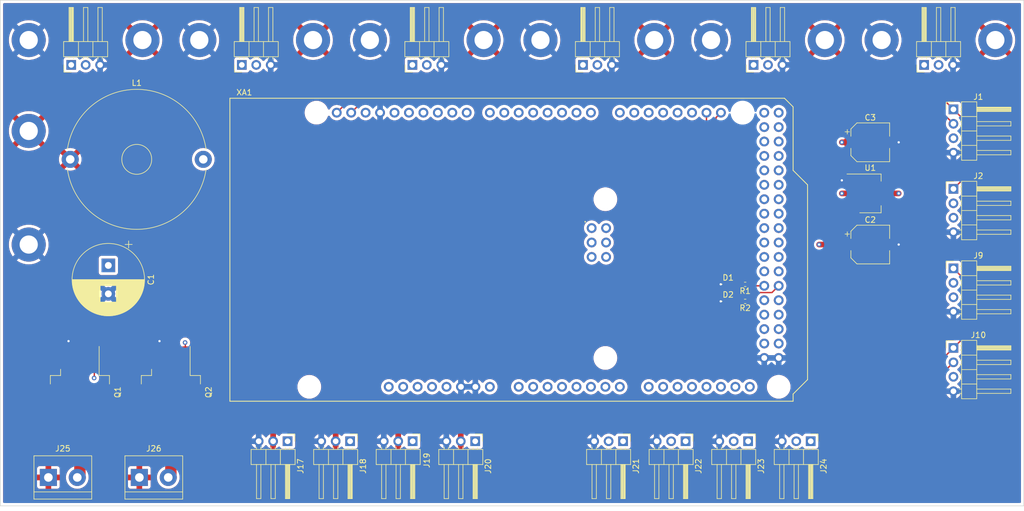
<source format=kicad_pcb>
(kicad_pcb (version 20211014) (generator pcbnew)
  (layers (0 "F.Cu" signal) (1 "In1.Cu" signal) (2 "In2.Cu" signal) (31 "B.Cu" signal) (34 "B.Paste" user) (35 "F.Paste" user) (36 "B.SilkS" user "B.Silkscreen") (37 "F.SilkS" user "F.Silkscreen") (38 "B.Mask" user) (39 "F.Mask" user) (44 "Edge.Cuts" user))
  (net 0 "")
  (net 1 "+12V")
  (net 2 "GND")
  (net 3 "+5V")
  (net 4 "Net-(D1-Pad2)")
  (net 5 "Net-(D2-Pad2)")
  (net 6 "I2C1_SCL")
  (net 7 "I2C1_SDA")
  (net 8 "MOTOR0")
  (net 10 "MOTOR1")
  (net 12 "MOTOR2")
  (net 14 "MOTOR3")
  (net 16 "MOTOR4")
  (net 18 "MOTOR5")
  (net 20 "I2C2_SCL")
  (net 21 "I2C2_SDA")
  (net 22 "+12VA")
  (net 23 "ARM0_ROT")
  (net 24 "ARM0_GRB")
  (net 25 "ARM1_ROT")
  (net 26 "ARM1_GRB")
  (net 27 "A0")
  (net 28 "A1")
  (net 29 "A2")
  (net 30 "A3")
  (net 31 "Net-(J25-Pad2)")
  (net 32 "Net-(J26-Pad2)")
  (net 33 "LED0")
  (net 34 "LED1")
  (net 35 "STATUS_RED")
  (net 36 "STATUS_GRN")
  (footprint "Connector_PinHeader_2.54mm:PinHeader_1x03_P2.54mm_Horizontal" (layer "F.Cu") (at 203.475 47.375 90)
    (fp_text reference "J3" hide)
    (fp_text value "MOTOR0_PWM")
    (pad "1" thru_hole rect locked (at 0 0 90) (size 1.7 1.7) (drill 1) (layers *.Cu *.Mask) (net 8 "MOTOR0"))
    (pad "2" thru_hole oval locked (at 0 2.54 90) (size 1.7 1.7) (drill 1) (layers *.Cu *.Mask))
    (pad "3" thru_hole oval locked (at 0 5.08 90) (size 1.7 1.7) (drill 1) (layers *.Cu *.Mask) (net 2 "GND"))
  )
  (footprint "TerminalBlock:TerminalBlock_bornier-2_P5.08mm" (layer "F.Cu") (at 49.46 120)
    (fp_text reference "J25" (at 2.54 -5.08) (layer "F.SilkS"))
    (fp_text value "LED0")
    (pad "1" thru_hole rect locked (at 0 0) (size 3 3) (drill 1.52) (layers *.Cu *.Mask) (net 22 "+12VA"))
    (pad "2" thru_hole circle locked (at 5.08 0) (size 3 3) (drill 1.52) (layers *.Cu *.Mask) (net 31 "Net-(J25-Pad2)"))
  )
  (footprint "Package_TO_SOT_SMD:TO-263-2" (layer "F.Cu") (at 71 105 -90)
    (fp_text reference "Q2" (at 0 -6.65 90) (layer "F.SilkS"))
    (fp_text value "FDB4030L")
    (pad "1" smd rect locked (at -5.775 -2.54 270) (size 4.6 1.1) (layers "F.Cu" "F.Paste" "F.Mask") (net 34 "LED1"))
    (pad "2" smd rect locked (at 3.375 0 270) (size 9.4 10.8) (layers "F.Cu" "F.Mask") (net 32 "Net-(J26-Pad2)"))
    (pad "3" smd rect locked (at -5.775 2.54 270) (size 4.6 1.1) (layers "F.Cu" "F.Paste" "F.Mask") (net 2 "GND"))
  )
  (footprint "Connector_PinHeader_2.54mm:PinHeader_1x03_P2.54mm_Horizontal" (layer "F.Cu") (at 183.525 113.625 -90)
    (fp_text reference "J24" (at 4.385 -2.27 90) (layer "F.SilkS"))
    (fp_text value "A3")
    (pad "1" thru_hole rect locked (at 0 0 270) (size 1.7 1.7) (drill 1) (layers *.Cu *.Mask) (net 30 "A3"))
    (pad "2" thru_hole oval locked (at 0 2.54 270) (size 1.7 1.7) (drill 1) (layers *.Cu *.Mask) (net 3 "+5V"))
    (pad "3" thru_hole oval locked (at 0 5.08 270) (size 1.7 1.7) (drill 1) (layers *.Cu *.Mask) (net 2 "GND"))
  )
  (footprint "Package_TO_SOT_SMD:SOT-223-3_TabPin2" (layer "F.Cu") (at 194 70)
    (fp_text reference "U1" (at 0 -4.5) (layer "F.SilkS"))
    (fp_text value "AMS1117-5.0")
    (pad "1" smd rect locked (at -3.15 -2.3) (size 2 1.5) (layers "F.Cu" "F.Paste" "F.Mask") (net 2 "GND"))
    (pad "2" smd rect locked (at -3.15 0) (size 2 1.5) (layers "F.Cu" "F.Paste" "F.Mask") (net 3 "+5V"))
    (pad "2" smd rect locked (at 3.15 0) (size 2 3.8) (layers "F.Cu" "F.Paste" "F.Mask") (net 3 "+5V"))
    (pad "3" smd rect locked (at -3.15 2.3) (size 2 1.5) (layers "F.Cu" "F.Paste" "F.Mask") (net 1 "+12V"))
  )
  (footprint "Capacitor_THT:CP_Radial_D12.5mm_P5.00mm" (layer "F.Cu") (at 60 82.676041 -90)
    (fp_text reference "C1" (at 2.5 -7.5 90) (layer "F.SilkS"))
    (fp_text value "1000uF")
    (pad "1" thru_hole rect locked (at 0 0 270) (size 2.4 2.4) (drill 1.2) (layers *.Cu *.Mask) (net 1 "+12V"))
    (pad "2" thru_hole circle locked (at 5 0 270) (size 2.4 2.4) (drill 1.2) (layers *.Cu *.Mask) (net 2 "GND"))
  )
  (footprint "Connector_PinHeader_2.54mm:PinHeader_1x04_P2.54mm_Horizontal" (layer "F.Cu") (at 208.625 83.2)
    (fp_text reference "J9" (at 4.385 -2.27) (layer "F.SilkS"))
    (fp_text value "I2C2")
    (pad "1" thru_hole rect locked (at 0 0) (size 1.7 1.7) (drill 1) (layers *.Cu *.Mask) (net 20 "I2C2_SCL"))
    (pad "2" thru_hole oval locked (at 0 2.54) (size 1.7 1.7) (drill 1) (layers *.Cu *.Mask) (net 21 "I2C2_SDA"))
    (pad "3" thru_hole oval locked (at 0 5.08) (size 1.7 1.7) (drill 1) (layers *.Cu *.Mask) (net 3 "+5V"))
    (pad "4" thru_hole oval locked (at 0 7.62) (size 1.7 1.7) (drill 1) (layers *.Cu *.Mask) (net 2 "GND"))
  )
  (footprint "Diode_SMD:D_0402_1005Metric" (layer "F.Cu") (at 169 89)
    (fp_text reference "D2" (at 0 -1.17) (layer "F.SilkS"))
    (fp_text value "STATUS_GRN")
    (pad "1" smd roundrect locked (at -0.485 0) (size 0.59 0.64) (layers "F.Cu" "F.Paste" "F.Mask") (net 2 "GND"))
    (pad "2" smd roundrect locked (at 0.485 0) (size 0.59 0.64) (layers "F.Cu" "F.Paste" "F.Mask") (net 5 "Net-(D2-Pad2)"))
  )
  (footprint "Controller:ESC-PWR" (layer "F.Cu") (at 206 43 180)
    (fp_text reference "J11" hide)
    (fp_text value "MOTOR0_PWR")
    (pad "1" thru_hole circle (at -10 0 180) (size 6 6) (drill 3.2) (layers *.Cu *.Mask) (net 22 "+12VA"))
    (pad "2" thru_hole circle (at 10 0 180) (size 6 6) (drill 3.2) (layers *.Cu *.Mask) (net 2 "GND"))
  )
  (footprint "Arduino:Arduino_Mega2560_Shield" (layer "F.Cu") (at 81.375 106.5825)
    (fp_text reference "XA1" (at 2.54 -54.356) (layer "F.SilkS"))
    (fp_text value "Arduino_Mega2560_Shield")
    (fp_text user "." (at 62.484 -32.004) (layer "F.SilkS"))
    (pad "" np_thru_hole circle locked (at 15.24 -50.8) (size 3.2 3.2) (drill 3.2) (layers *.Cu *.Mask))
    (pad "" thru_hole oval locked (at 27.94 -2.54) (size 1.7272 1.7272) (drill 1.016) (layers *.Cu *.Mask))
    (pad "" np_thru_hole circle locked (at 66.04 -7.62) (size 3.2 3.2) (drill 3.2) (layers *.Cu *.Mask))
    (pad "" np_thru_hole circle locked (at 96.52 -2.54) (size 3.2 3.2) (drill 3.2) (layers *.Cu *.Mask))
    (pad "" np_thru_hole circle locked (at 66.04 -35.56) (size 3.2 3.2) (drill 3.2) (layers *.Cu *.Mask))
    (pad "" np_thru_hole circle locked (at 13.97 -2.54) (size 3.2 3.2) (drill 3.2) (layers *.Cu *.Mask))
    (pad "" np_thru_hole circle locked (at 90.17 -50.8) (size 3.2 3.2) (drill 3.2) (layers *.Cu *.Mask))
    (pad "3V3" thru_hole oval locked (at 35.56 -2.54) (size 1.7272 1.7272) (drill 1.016) (layers *.Cu *.Mask))
    (pad "5V1" thru_hole oval locked (at 38.1 -2.54) (size 1.7272 1.7272) (drill 1.016) (layers *.Cu *.Mask))
    (pad "5V2" thru_hole oval locked (at 66.167 -30.48) (size 1.7272 1.7272) (drill 1.016) (layers *.Cu *.Mask))
    (pad "5V3" thru_hole oval locked (at 93.98 -50.8) (size 1.7272 1.7272) (drill 1.016) (layers *.Cu *.Mask))
    (pad "5V4" thru_hole oval locked (at 96.52 -50.8) (size 1.7272 1.7272) (drill 1.016) (layers *.Cu *.Mask))
    (pad "A0" thru_hole oval locked (at 50.8 -2.54) (size 1.7272 1.7272) (drill 1.016) (layers *.Cu *.Mask) (net 27 "A0"))
    (pad "A1" thru_hole oval locked (at 53.34 -2.54) (size 1.7272 1.7272) (drill 1.016) (layers *.Cu *.Mask) (net 28 "A1"))
    (pad "A2" thru_hole oval locked (at 55.88 -2.54) (size 1.7272 1.7272) (drill 1.016) (layers *.Cu *.Mask) (net 29 "A2"))
    (pad "A3" thru_hole oval locked (at 58.42 -2.54) (size 1.7272 1.7272) (drill 1.016) (layers *.Cu *.Mask) (net 30 "A3"))
    (pad "A4" thru_hole oval locked (at 60.96 -2.54) (size 1.7272 1.7272) (drill 1.016) (layers *.Cu *.Mask))
    (pad "A5" thru_hole oval locked (at 63.5 -2.54) (size 1.7272 1.7272) (drill 1.016) (layers *.Cu *.Mask))
    (pad "A6" thru_hole oval locked (at 66.04 -2.54) (size 1.7272 1.7272) (drill 1.016) (layers *.Cu *.Mask))
    (pad "A7" thru_hole oval locked (at 68.58 -2.54) (size 1.7272 1.7272) (drill 1.016) (layers *.Cu *.Mask))
    (pad "A8" thru_hole oval locked (at 73.66 -2.54) (size 1.7272 1.7272) (drill 1.016) (layers *.Cu *.Mask))
    (pad "A9" thru_hole oval locked (at 76.2 -2.54) (size 1.7272 1.7272) (drill 1.016) (layers *.Cu *.Mask))
    (pad "A10" thru_hole oval locked (at 78.74 -2.54) (size 1.7272 1.7272) (drill 1.016) (layers *.Cu *.Mask))
    (pad "A11" thru_hole oval locked (at 81.28 -2.54) (size 1.7272 1.7272) (drill 1.016) (layers *.Cu *.Mask))
    (pad "A12" thru_hole oval locked (at 83.82 -2.54) (size 1.7272 1.7272) (drill 1.016) (layers *.Cu *.Mask))
    (pad "A13" thru_hole oval locked (at 86.36 -2.54) (size 1.7272 1.7272) (drill 1.016) (layers *.Cu *.Mask))
    (pad "A14" thru_hole oval locked (at 88.9 -2.54) (size 1.7272 1.7272) (drill 1.016) (layers *.Cu *.Mask))
    (pad "A15" thru_hole oval locked (at 91.44 -2.54) (size 1.7272 1.7272) (drill 1.016) (layers *.Cu *.Mask))
    (pad "AREF" thru_hole oval locked (at 23.876 -50.8) (size 1.7272 1.7272) (drill 1.016) (layers *.Cu *.Mask))
    (pad "D0" thru_hole oval locked (at 63.5 -50.8) (size 1.7272 1.7272) (drill 1.016) (layers *.Cu *.Mask))
    (pad "D1" thru_hole oval locked (at 60.96 -50.8) (size 1.7272 1.7272) (drill 1.016) (layers *.Cu *.Mask))
    (pad "D2" thru_hole oval locked (at 58.42 -50.8) (size 1.7272 1.7272) (drill 1.016) (layers *.Cu *.Mask) (net 8 "MOTOR0"))
    (pad "D3" thru_hole oval locked (at 55.88 -50.8) (size 1.7272 1.7272) (drill 1.016) (layers *.Cu *.Mask) (net 10 "MOTOR1"))
    (pad "D4" thru_hole oval locked (at 53.34 -50.8) (size 1.7272 1.7272) (drill 1.016) (layers *.Cu *.Mask) (net 12 "MOTOR2"))
    (pad "D5" thru_hole oval locked (at 50.8 -50.8) (size 1.7272 1.7272) (drill 1.016) (layers *.Cu *.Mask) (net 14 "MOTOR3"))
    (pad "D6" thru_hole oval locked (at 48.26 -50.8) (size 1.7272 1.7272) (drill 1.016) (layers *.Cu *.Mask) (net 16 "MOTOR4"))
    (pad "D7" thru_hole oval locked (at 45.72 -50.8) (size 1.7272 1.7272) (drill 1.016) (layers *.Cu *.Mask) (net 18 "MOTOR5"))
    (pad "D8" thru_hole oval locked (at 41.656 -50.8) (size 1.7272 1.7272) (drill 1.016) (layers *.Cu *.Mask) (net 23 "ARM0_ROT"))
    (pad "D9" thru_hole oval locked (at 39.116 -50.8) (size 1.7272 1.7272) (drill 1.016) (layers *.Cu *.Mask) (net 24 "ARM0_GRB"))
    (pad "D10" thru_hole oval locked (at 36.576 -50.8) (size 1.7272 1.7272) (drill 1.016) (layers *.Cu *.Mask) (net 25 "ARM1_ROT"))
    (pad "D11" thru_hole oval locked (at 34.036 -50.8) (size 1.7272 1.7272) (drill 1.016) (layers *.Cu *.Mask) (net 26 "ARM1_GRB"))
    (pad "D12" thru_hole oval locked (at 31.496 -50.8) (size 1.7272 1.7272) (drill 1.016) (layers *.Cu *.Mask) (net 33 "LED0"))
    (pad "D13" thru_hole oval locked (at 28.956 -50.8) (size 1.7272 1.7272) (drill 1.016) (layers *.Cu *.Mask) (net 34 "LED1"))
    (pad "D14" thru_hole oval locked (at 68.58 -50.8) (size 1.7272 1.7272) (drill 1.016) (layers *.Cu *.Mask))
    (pad "D15" thru_hole oval locked (at 71.12 -50.8) (size 1.7272 1.7272) (drill 1.016) (layers *.Cu *.Mask))
    (pad "D16" thru_hole oval locked (at 73.66 -50.8) (size 1.7272 1.7272) (drill 1.016) (layers *.Cu *.Mask))
    (pad "D17" thru_hole oval locked (at 76.2 -50.8) (size 1.7272 1.7272) (drill 1.016) (layers *.Cu *.Mask))
    (pad "D18" thru_hole oval locked (at 78.74 -50.8) (size 1.7272 1.7272) (drill 1.016) (layers *.Cu *.Mask))
    (pad "D19" thru_hole oval locked (at 81.28 -50.8) (size 1.7272 1.7272) (drill 1.016) (layers *.Cu *.Mask))
    (pad "D20" thru_hole oval locked (at 83.82 -50.8) (size 1.7272 1.7272) (drill 1.016) (layers *.Cu *.Mask) (net 21 "I2C2_SDA"))
    (pad "D21" thru_hole oval locked (at 86.36 -50.8) (size 1.7272 1.7272) (drill 1.016) (layers *.Cu *.Mask) (net 20 "I2C2_SCL"))
    (pad "D22" thru_hole oval locked (at 93.98 -48.26) (size 1.7272 1.7272) (drill 1.016) (layers *.Cu *.Mask))
    (pad "D23" thru_hole oval locked (at 96.52 -48.26) (size 1.7272 1.7272) (drill 1.016) (layers *.Cu *.Mask))
    (pad "D24" thru_hole oval locked (at 93.98 -45.72) (size 1.7272 1.7272) (drill 1.016) (layers *.Cu *.Mask))
    (pad "D25" thru_hole oval locked (at 96.52 -45.72) (size 1.7272 1.7272) (drill 1.016) (layers *.Cu *.Mask))
    (pad "D26" thru_hole oval locked (at 93.98 -43.18) (size 1.7272 1.7272) (drill 1.016) (layers *.Cu *.Mask))
    (pad "D27" thru_hole oval locked (at 96.52 -43.18) (size 1.7272 1.7272) (drill 1.016) (layers *.Cu *.Mask))
    (pad "D28" thru_hole oval locked (at 93.98 -40.64) (size 1.7272 1.7272) (drill 1.016) (layers *.Cu *.Mask))
    (pad "D29" thru_hole oval locked (at 96.52 -40.64) (size 1.7272 1.7272) (drill 1.016) (layers *.Cu *.Mask))
    (pad "D30" thru_hole oval locked (at 93.98 -38.1) (size 1.7272 1.7272) (drill 1.016) (layers *.Cu *.Mask))
    (pad "D31" thru_hole oval locked (at 96.52 -38.1) (size 1.7272 1.7272) (drill 1.016) (layers *.Cu *.Mask))
    (pad "D32" thru_hole oval locked (at 93.98 -35.56) (size 1.7272 1.7272) (drill 1.016) (layers *.Cu *.Mask))
    (pad "D33" thru_hole oval locked (at 96.52 -35.56) (size 1.7272 1.7272) (drill 1.016) (layers *.Cu *.Mask))
    (pad "D34" thru_hole oval locked (at 93.98 -33.02) (size 1.7272 1.7272) (drill 1.016) (layers *.Cu *.Mask))
    (pad "D35" thru_hole oval locked (at 96.52 -33.02) (size 1.7272 1.7272) (drill 1.016) (layers *.Cu *.Mask))
    (pad "D36" thru_hole oval locked (at 93.98 -30.48) (size 1.7272 1.7272) (drill 1.016) (layers *.Cu *.Mask))
    (pad "D37" thru_hole oval locked (at 96.52 -30.48) (size 1.7272 1.7272) (drill 1.016) (layers *.Cu *.Mask))
    (pad "D38" thru_hole oval locked (at 93.98 -27.94) (size 1.7272 1.7272) (drill 1.016) (layers *.Cu *.Mask))
    (pad "D39" thru_hole oval locked (at 96.52 -27.94) (size 1.7272 1.7272) (drill 1.016) (layers *.Cu *.Mask))
    (pad "D40" thru_hole oval locked (at 93.98 -25.4) (size 1.7272 1.7272) (drill 1.016) (layers *.Cu *.Mask))
    (pad "D41" thru_hole oval locked (at 96.52 -25.4) (size 1.7272 1.7272) (drill 1.016) (layers *.Cu *.Mask))
    (pad "D42" thru_hole oval locked (at 93.98 -22.86) (size 1.7272 1.7272) (drill 1.016) (layers *.Cu *.Mask))
    (pad "D43" thru_hole oval locked (at 96.52 -22.86) (size 1.7272 1.7272) (drill 1.016) (layers *.Cu *.Mask))
    (pad "D44" thru_hole oval locked (at 93.98 -20.32) (size 1.7272 1.7272) (drill 1.016) (layers *.Cu *.Mask) (net 35 "STATUS_RED"))
    (pad "D45" thru_hole oval locked (at 96.52 -20.32) (size 1.7272 1.7272) (drill 1.016) (layers *.Cu *.Mask) (net 36 "STATUS_GRN"))
    (pad "D46" thru_hole oval locked (at 93.98 -17.78) (size 1.7272 1.7272) (drill 1.016) (layers *.Cu *.Mask))
    (pad "D47" thru_hole oval locked (at 96.52 -17.78) (size 1.7272 1.7272) (drill 1.016) (layers *.Cu *.Mask))
    (pad "D48" thru_hole oval locked (at 93.98 -15.24) (size 1.7272 1.7272) (drill 1.016) (layers *.Cu *.Mask))
    (pad "D49" thru_hole oval locked (at 96.52 -15.24) (size 1.7272 1.7272) (drill 1.016) (layers *.Cu *.Mask))
    (pad "D50" thru_hole oval locked (at 93.98 -12.7) (size 1.7272 1.7272) (drill 1.016) (layers *.Cu *.Mask))
    (pad "D51" thru_hole oval locked (at 96.52 -12.7) (size 1.7272 1.7272) (drill 1.016) (layers *.Cu *.Mask))
    (pad "D52" thru_hole oval locked (at 93.98 -10.16) (size 1.7272 1.7272) (drill 1.016) (layers *.Cu *.Mask))
    (pad "D53" thru_hole oval locked (at 96.52 -10.16) (size 1.7272 1.7272) (drill 1.016) (layers *.Cu *.Mask))
    (pad "GND1" thru_hole oval locked (at 26.416 -50.8) (size 1.7272 1.7272) (drill 1.016) (layers *.Cu *.Mask) (net 2 "GND"))
    (pad "GND2" thru_hole oval locked (at 40.64 -2.54) (size 1.7272 1.7272) (drill 1.016) (layers *.Cu *.Mask) (net 2 "GND"))
    (pad "GND3" thru_hole oval locked (at 43.18 -2.54) (size 1.7272 1.7272) (drill 1.016) (layers *.Cu *.Mask) (net 2 "GND"))
    (pad "GND4" thru_hole oval locked (at 66.167 -25.4) (size 1.7272 1.7272) (drill 1.016) (layers *.Cu *.Mask))
    (pad "GND5" thru_hole oval locked (at 93.98 -7.62) (size 1.7272 1.7272) (drill 1.016) (layers *.Cu *.Mask) (net 2 "GND"))
    (pad "GND6" thru_hole oval locked (at 96.52 -7.62) (size 1.7272 1.7272) (drill 1.016) (layers *.Cu *.Mask) (net 2 "GND"))
    (pad "IORF" thru_hole oval locked (at 30.48 -2.54) (size 1.7272 1.7272) (drill 1.016) (layers *.Cu *.Mask))
    (pad "MISO" thru_hole oval locked (at 63.627 -30.48) (size 1.7272 1.7272) (drill 1.016) (layers *.Cu *.Mask))
    (pad "MOSI" thru_hole oval locked (at 66.167 -27.94) (size 1.7272 1.7272) (drill 1.016) (layers *.Cu *.Mask))
    (pad "RST1" thru_hole oval locked (at 33.02 -2.54) (size 1.7272 1.7272) (drill 1.016) (layers *.Cu *.Mask))
    (pad "RST2" thru_hole oval locked (at 63.627 -25.4) (size 1.7272 1.7272) (drill 1.016) (layers *.Cu *.Mask))
    (pad "SCK" thru_hole oval locked (at 63.627 -27.94) (size 1.7272 1.7272) (drill 1.016) (layers *.Cu *.Mask))
    (pad "SCL" thru_hole oval locked (at 18.796 -50.8) (size 1.7272 1.7272) (drill 1.016) (layers *.Cu *.Mask) (net 6 "I2C1_SCL"))
    (pad "SDA" thru_hole oval locked (at 21.336 -50.8) (size 1.7272 1.7272) (drill 1.016) (layers *.Cu *.Mask) (net 7 "I2C1_SDA"))
    (pad "VIN" thru_hole oval locked (at 45.72 -2.54) (size 1.7272 1.7272) (drill 1.016) (layers *.Cu *.Mask) (net 1 "+12V"))
  )
  (footprint "Resistor_SMD:R_0402_1005Metric" (layer "F.Cu") (at 172 89 180)
    (fp_text reference "R2" (at 0 -1.17) (layer "F.SilkS"))
    (fp_text value "220")
    (pad "1" smd roundrect locked (at -0.51 0 180) (size 0.54 0.64) (layers "F.Cu" "F.Paste" "F.Mask") (net 36 "STATUS_GRN"))
    (pad "2" smd roundrect locked (at 0.51 0 180) (size 0.54 0.64) (layers "F.Cu" "F.Paste" "F.Mask") (net 5 "Net-(D2-Pad2)"))
  )
  (footprint "Connector_PinHeader_2.54mm:PinHeader_1x04_P2.54mm_Horizontal" (layer "F.Cu") (at 208.625 97.2)
    (fp_text reference "J10" (at 4.385 -2.27) (layer "F.SilkS"))
    (fp_text value "I2C2")
    (pad "1" thru_hole rect locked (at 0 0) (size 1.7 1.7) (drill 1) (layers *.Cu *.Mask) (net 20 "I2C2_SCL"))
    (pad "2" thru_hole oval locked (at 0 2.54) (size 1.7 1.7) (drill 1) (layers *.Cu *.Mask) (net 21 "I2C2_SDA"))
    (pad "3" thru_hole oval locked (at 0 5.08) (size 1.7 1.7) (drill 1) (layers *.Cu *.Mask) (net 3 "+5V"))
    (pad "4" thru_hole oval locked (at 0 7.62) (size 1.7 1.7) (drill 1) (layers *.Cu *.Mask) (net 2 "GND"))
  )
  (footprint "Connector_PinHeader_2.54mm:PinHeader_1x03_P2.54mm_Horizontal" (layer "F.Cu") (at 150.525 113.625 -90)
    (fp_text reference "J21" (at 4.385 -2.27 90) (layer "F.SilkS"))
    (fp_text value "A0")
    (pad "1" thru_hole rect locked (at 0 0 270) (size 1.7 1.7) (drill 1) (layers *.Cu *.Mask) (net 27 "A0"))
    (pad "2" thru_hole oval locked (at 0 2.54 270) (size 1.7 1.7) (drill 1) (layers *.Cu *.Mask) (net 3 "+5V"))
    (pad "3" thru_hole oval locked (at 0 5.08 270) (size 1.7 1.7) (drill 1) (layers *.Cu *.Mask) (net 2 "GND"))
  )
  (footprint "Connector_PinHeader_2.54mm:PinHeader_1x03_P2.54mm_Horizontal" (layer "F.Cu") (at 91.525 113.625 -90)
    (fp_text reference "J17" (at 4.385 -2.27 90) (layer "F.SilkS"))
    (fp_text value "ARM0_ROT")
    (pad "1" thru_hole rect locked (at 0 0 270) (size 1.7 1.7) (drill 1) (layers *.Cu *.Mask) (net 23 "ARM0_ROT"))
    (pad "2" thru_hole oval locked (at 0 2.54 270) (size 1.7 1.7) (drill 1) (layers *.Cu *.Mask) (net 22 "+12VA"))
    (pad "3" thru_hole oval locked (at 0 5.08 270) (size 1.7 1.7) (drill 1) (layers *.Cu *.Mask) (net 2 "GND"))
  )
  (footprint "Capacitor_SMD:CP_Elec_6.3x5.9" (layer "F.Cu") (at 194 79)
    (fp_text reference "C2" (at 0 -4.35) (layer "F.SilkS"))
    (fp_text value "100uF")
    (pad "1" smd roundrect locked (at -2.8 0) (size 3.5 1.6) (layers "F.Cu" "F.Paste" "F.Mask") (roundrect_rratio 0.15625) (net 1 "+12V"))
    (pad "2" smd roundrect locked (at 2.8 0) (size 3.5 1.6) (layers "F.Cu" "F.Paste" "F.Mask") (roundrect_rratio 0.15625) (net 2 "GND"))
  )
  (footprint "TerminalBlock:TerminalBlock_bornier-2_P5.08mm" (layer "F.Cu") (at 65.46 120)
    (fp_text reference "J26" (at 2.54 -5.08) (layer "F.SilkS"))
    (fp_text value "LED1")
    (pad "1" thru_hole rect locked (at 0 0) (size 3 3) (drill 1.52) (layers *.Cu *.Mask) (net 22 "+12VA"))
    (pad "2" thru_hole circle locked (at 5.08 0) (size 3 3) (drill 1.52) (layers *.Cu *.Mask) (net 32 "Net-(J26-Pad2)"))
  )
  (footprint "Connector_PinHeader_2.54mm:PinHeader_1x03_P2.54mm_Horizontal" (layer "F.Cu") (at 124.525 113.625 -90)
    (fp_text reference "J20" (at 4.385 -2.27 90) (layer "F.SilkS"))
    (fp_text value "ARM1_GRB")
    (pad "1" thru_hole rect locked (at 0 0 270) (size 1.7 1.7) (drill 1) (layers *.Cu *.Mask) (net 26 "ARM1_GRB"))
    (pad "2" thru_hole oval locked (at 0 2.54 270) (size 1.7 1.7) (drill 1) (layers *.Cu *.Mask) (net 22 "+12VA"))
    (pad "3" thru_hole oval locked (at 0 5.08 270) (size 1.7 1.7) (drill 1) (layers *.Cu *.Mask) (net 2 "GND"))
  )
  (footprint "Controller:ESC-PWR" (layer "F.Cu") (at 56 43 180)
    (fp_text reference "J16" hide)
    (fp_text value "MOTOR5_PWR")
    (pad "1" thru_hole circle (at -10 0 180) (size 6 6) (drill 3.2) (layers *.Cu *.Mask) (net 22 "+12VA"))
    (pad "2" thru_hole circle (at 10 0 180) (size 6 6) (drill 3.2) (layers *.Cu *.Mask) (net 2 "GND"))
  )
  (footprint "Resistor_SMD:R_0402_1005Metric" (layer "F.Cu") (at 172 86 180)
    (fp_text reference "R1" (at 0 -1.17) (layer "F.SilkS"))
    (fp_text value "220")
    (pad "1" smd roundrect locked (at -0.51 0 180) (size 0.54 0.64) (layers "F.Cu" "F.Paste" "F.Mask") (net 35 "STATUS_RED"))
    (pad "2" smd roundrect locked (at 0.51 0 180) (size 0.54 0.64) (layers "F.Cu" "F.Paste" "F.Mask") (net 4 "Net-(D1-Pad2)"))
  )
  (footprint "Controller:ESC-PWR" (layer "F.Cu") (at 116 43 180)
    (fp_text reference "J14" hide)
    (fp_text value "MOTOR3_PWR")
    (pad "1" thru_hole circle (at -10 0 180) (size 6 6) (drill 3.2) (layers *.Cu *.Mask) (net 22 "+12VA"))
    (pad "2" thru_hole circle (at 10 0 180) (size 6 6) (drill 3.2) (layers *.Cu *.Mask) (net 2 "GND"))
  )
  (footprint "Connector_PinHeader_2.54mm:PinHeader_1x03_P2.54mm_Horizontal" (layer "F.Cu") (at 53.475 47.375 90)
    (fp_text reference "J8" hide)
    (fp_text value "MOTOR5_PWM")
    (pad "1" thru_hole rect locked (at 0 0 90) (size 1.7 1.7) (drill 1) (layers *.Cu *.Mask) (net 18 "MOTOR5"))
    (pad "2" thru_hole oval locked (at 0 2.54 90) (size 1.7 1.7) (drill 1) (layers *.Cu *.Mask))
    (pad "3" thru_hole oval locked (at 0 5.08 90) (size 1.7 1.7) (drill 1) (layers *.Cu *.Mask) (net 2 "GND"))
  )
  (footprint "Connector_PinHeader_2.54mm:PinHeader_1x04_P2.54mm_Horizontal" (layer "F.Cu") (at 208.625 55.2)
    (fp_text reference "J1" (at 4.375 -2.2) (layer "F.SilkS"))
    (fp_text value "I2C1")
    (pad "1" thru_hole rect locked (at 0 0) (size 1.7 1.7) (drill 1) (layers *.Cu *.Mask) (net 6 "I2C1_SCL"))
    (pad "2" thru_hole oval locked (at 0 2.54) (size 1.7 1.7) (drill 1) (layers *.Cu *.Mask) (net 7 "I2C1_SDA"))
    (pad "3" thru_hole oval locked (at 0 5.08) (size 1.7 1.7) (drill 1) (layers *.Cu *.Mask) (net 3 "+5V"))
    (pad "4" thru_hole oval locked (at 0 7.62) (size 1.7 1.7) (drill 1) (layers *.Cu *.Mask) (net 2 "GND"))
  )
  (footprint "Connector_PinHeader_2.54mm:PinHeader_1x04_P2.54mm_Horizontal" (layer "F.Cu") (at 208.625 69.2)
    (fp_text reference "J2" (at 4.385 -2.27) (layer "F.SilkS"))
    (fp_text value "I2C1")
    (pad "1" thru_hole rect locked (at 0 0) (size 1.7 1.7) (drill 1) (layers *.Cu *.Mask) (net 6 "I2C1_SCL"))
    (pad "2" thru_hole oval locked (at 0 2.54) (size 1.7 1.7) (drill 1) (layers *.Cu *.Mask) (net 7 "I2C1_SDA"))
    (pad "3" thru_hole oval locked (at 0 5.08) (size 1.7 1.7) (drill 1) (layers *.Cu *.Mask) (net 3 "+5V"))
    (pad "4" thru_hole oval locked (at 0 7.62) (size 1.7 1.7) (drill 1) (layers *.Cu *.Mask) (net 2 "GND"))
  )
  (footprint "Controller:ESC-PWR" (layer "F.Cu") (at 176 43 180)
    (fp_text reference "J12" hide)
    (fp_text value "MOTOR1_PWR")
    (pad "1" thru_hole circle (at -10 0 180) (size 6 6) (drill 3.2) (layers *.Cu *.Mask) (net 22 "+12VA"))
    (pad "2" thru_hole circle (at 10 0 180) (size 6 6) (drill 3.2) (layers *.Cu *.Mask) (net 2 "GND"))
  )
  (footprint "Diode_SMD:D_0402_1005Metric" (layer "F.Cu") (at 169 86)
    (fp_text reference "D1" (at 0 -1.17) (layer "F.SilkS"))
    (fp_text value "STATUS_RED")
    (pad "1" smd roundrect locked (at -0.485 0) (size 0.59 0.64) (layers "F.Cu" "F.Paste" "F.Mask") (net 2 "GND"))
    (pad "2" smd roundrect locked (at 0.485 0) (size 0.59 0.64) (layers "F.Cu" "F.Paste" "F.Mask") (net 4 "Net-(D1-Pad2)"))
  )
  (footprint "Connector_PinHeader_2.54mm:PinHeader_1x03_P2.54mm_Horizontal" (layer "F.Cu") (at 172.525 113.625 -90)
    (fp_text reference "J23" (at 4.385 -2.27 90) (layer "F.SilkS"))
    (fp_text value "A2")
    (pad "1" thru_hole rect locked (at 0 0 270) (size 1.7 1.7) (drill 1) (layers *.Cu *.Mask) (net 29 "A2"))
    (pad "2" thru_hole oval locked (at 0 2.54 270) (size 1.7 1.7) (drill 1) (layers *.Cu *.Mask) (net 3 "+5V"))
    (pad "3" thru_hole oval locked (at 0 5.08 270) (size 1.7 1.7) (drill 1) (layers *.Cu *.Mask) (net 2 "GND"))
  )
  (footprint "Controller:ESC-PWR" (layer "F.Cu") (at 146 43 180)
    (fp_text reference "J13" hide)
    (fp_text value "MOTOR2_PWR")
    (pad "1" thru_hole circle (at -10 0 180) (size 6 6) (drill 3.2) (layers *.Cu *.Mask) (net 22 "+12VA"))
    (pad "2" thru_hole circle (at 10 0 180) (size 6 6) (drill 3.2) (layers *.Cu *.Mask) (net 2 "GND"))
  )
  (footprint "Package_TO_SOT_SMD:TO-263-2" (layer "F.Cu") (at 55 105 -90)
    (fp_text reference "Q1" (at 0 -6.65 90) (layer "F.SilkS"))
    (fp_text value "FDB4030L")
    (pad "1" smd rect locked (at -5.775 -2.54 270) (size 4.6 1.1) (layers "F.Cu" "F.Paste" "F.Mask") (net 33 "LED0"))
    (pad "2" smd rect locked (at 3.375 0 270) (size 9.4 10.8) (layers "F.Cu" "F.Mask") (net 31 "Net-(J25-Pad2)"))
    (pad "3" smd rect locked (at -5.775 2.54 270) (size 4.6 1.1) (layers "F.Cu" "F.Paste" "F.Mask") (net 2 "GND"))
  )
  (footprint "Inductor_THT:L_Radial_D24.4mm_P23.40mm_Murata_1400series" (layer "F.Cu") (at 53.3 64)
    (fp_text reference "L1" (at 11.7 -13.45) (layer "F.SilkS"))
    (fp_text value "1mH")
    (pad "1" thru_hole circle locked (at 0 0) (size 3 3) (drill 1.5) (layers *.Cu *.Mask) (net 22 "+12VA"))
    (pad "2" thru_hole circle locked (at 23.4 0) (size 3 3) (drill 1.5) (layers *.Cu *.Mask) (net 1 "+12V"))
  )
  (footprint "Connector_PinHeader_2.54mm:PinHeader_1x03_P2.54mm_Horizontal" (layer "F.Cu") (at 102.525 113.625 -90)
    (fp_text reference "J18" (at 4.385 -2.27 90) (layer "F.SilkS"))
    (fp_text value "ARM0_GRB")
    (pad "1" thru_hole rect locked (at 0 0 270) (size 1.7 1.7) (drill 1) (layers *.Cu *.Mask) (net 24 "ARM0_GRB"))
    (pad "2" thru_hole oval locked (at 0 2.54 270) (size 1.7 1.7) (drill 1) (layers *.Cu *.Mask) (net 22 "+12VA"))
    (pad "3" thru_hole oval locked (at 0 5.08 270) (size 1.7 1.7) (drill 1) (layers *.Cu *.Mask) (net 2 "GND"))
  )
  (footprint "Connector_PinHeader_2.54mm:PinHeader_1x03_P2.54mm_Horizontal" (layer "F.Cu") (at 161.525 113.625 -90)
    (fp_text reference "J22" (at 4.385 -2.27 90) (layer "F.SilkS"))
    (fp_text value "A1")
    (pad "1" thru_hole rect locked (at 0 0 270) (size 1.7 1.7) (drill 1) (layers *.Cu *.Mask) (net 28 "A1"))
    (pad "2" thru_hole oval locked (at 0 2.54 270) (size 1.7 1.7) (drill 1) (layers *.Cu *.Mask) (net 3 "+5V"))
    (pad "3" thru_hole oval locked (at 0 5.08 270) (size 1.7 1.7) (drill 1) (layers *.Cu *.Mask) (net 2 "GND"))
  )
  (footprint "Capacitor_SMD:CP_Elec_6.3x5.9" (layer "F.Cu") (at 194 61)
    (fp_text reference "C3" (at 0 -4.35) (layer "F.SilkS"))
    (fp_text value "100uF")
    (pad "1" smd roundrect locked (at -2.8 0) (size 3.5 1.6) (layers "F.Cu" "F.Paste" "F.Mask") (roundrect_rratio 0.15625) (net 3 "+5V"))
    (pad "2" smd roundrect locked (at 2.8 0) (size 3.5 1.6) (layers "F.Cu" "F.Paste" "F.Mask") (roundrect_rratio 0.15625) (net 2 "GND"))
  )
  (footprint "Connector_PinHeader_2.54mm:PinHeader_1x03_P2.54mm_Horizontal" (layer "F.Cu") (at 113.525 113.625 -90)
    (fp_text reference "J19" (at 3.375 -2.475 90) (layer "F.SilkS"))
    (fp_text value "ARM1_ROT")
    (pad "1" thru_hole rect locked (at 0 0 270) (size 1.7 1.7) (drill 1) (layers *.Cu *.Mask) (net 25 "ARM1_ROT"))
    (pad "2" thru_hole oval locked (at 0 2.54 270) (size 1.7 1.7) (drill 1) (layers *.Cu *.Mask) (net 22 "+12VA"))
    (pad "3" thru_hole oval locked (at 0 5.08 270) (size 1.7 1.7) (drill 1) (layers *.Cu *.Mask) (net 2 "GND"))
  )
  (footprint "Connector_PinHeader_2.54mm:PinHeader_1x03_P2.54mm_Horizontal" (layer "F.Cu") (at 113.475 47.375 90)
    (fp_text reference "J6" hide)
    (fp_text value "MOTOR3_PWM")
    (pad "1" thru_hole rect locked (at 0 0 90) (size 1.7 1.7) (drill 1) (layers *.Cu *.Mask) (net 14 "MOTOR3"))
    (pad "2" thru_hole oval locked (at 0 2.54 90) (size 1.7 1.7) (drill 1) (layers *.Cu *.Mask))
    (pad "3" thru_hole oval locked (at 0 5.08 90) (size 1.7 1.7) (drill 1) (layers *.Cu *.Mask) (net 2 "GND"))
  )
  (footprint "Controller:ESC-PWR" (layer "F.Cu") (at 86 43 180)
    (fp_text reference "J15" hide)
    (fp_text value "MOTOR4_PWR")
    (pad "1" thru_hole circle (at -10 0 180) (size 6 6) (drill 3.2) (layers *.Cu *.Mask) (net 22 "+12VA"))
    (pad "2" thru_hole circle (at 10 0 180) (size 6 6) (drill 3.2) (layers *.Cu *.Mask) (net 2 "GND"))
  )
  (footprint "Connector_PinHeader_2.54mm:PinHeader_1x03_P2.54mm_Horizontal" (layer "F.Cu") (at 143.475 47.375 90)
    (fp_text reference "J5" hide)
    (fp_text value "MOTOR2_PWM")
    (pad "1" thru_hole rect locked (at 0 0 90) (size 1.7 1.7) (drill 1) (layers *.Cu *.Mask) (net 12 "MOTOR2"))
    (pad "2" thru_hole oval locked (at 0 2.54 90) (size 1.7 1.7) (drill 1) (layers *.Cu *.Mask))
    (pad "3" thru_hole oval locked (at 0 5.08 90) (size 1.7 1.7) (drill 1) (layers *.Cu *.Mask) (net 2 "GND"))
  )
  (footprint "Connector_PinHeader_2.54mm:PinHeader_1x03_P2.54mm_Horizontal" (layer "F.Cu") (at 173.475 47.375 90)
    (fp_text reference "J4" hide)
    (fp_text value "MOTOR1_PWM")
    (pad "1" thru_hole rect locked (at 0 0 90) (size 1.7 1.7) (drill 1) (layers *.Cu *.Mask) (net 10 "MOTOR1"))
    (pad "2" thru_hole oval locked (at 0 2.54 90) (size 1.7 1.7) (drill 1) (layers *.Cu *.Mask))
    (pad "3" thru_hole oval locked (at 0 5.08 90) (size 1.7 1.7) (drill 1) (layers *.Cu *.Mask) (net 2 "GND"))
  )
  (footprint "Controller:ESC-PWR" (layer "F.Cu") (at 46 69 -90)
    (fp_text reference "J27" hide)
    (fp_text value "MAIN_PWR")
    (pad "1" thru_hole circle (at -10 0 270) (size 6 6) (drill 3.2) (layers *.Cu *.Mask) (net 22 "+12VA"))
    (pad "2" thru_hole circle (at 10 0 270) (size 6 6) (drill 3.2) (layers *.Cu *.Mask) (net 2 "GND"))
  )
  (footprint "Connector_PinHeader_2.54mm:PinHeader_1x03_P2.54mm_Horizontal" (layer "F.Cu") (at 83.475 47.375 90)
    (fp_text reference "J7" hide)
    (fp_text value "MOTOR4_PWM")
    (pad "1" thru_hole rect locked (at 0 0 90) (size 1.7 1.7) (drill 1) (layers *.Cu *.Mask) (net 16 "MOTOR4"))
    (pad "2" thru_hole oval locked (at 0 2.54 90) (size 1.7 1.7) (drill 1) (layers *.Cu *.Mask))
    (pad "3" thru_hole oval locked (at 0 5.08 90) (size 1.7 1.7) (drill 1) (layers *.Cu *.Mask) (net 2 "GND"))
  )
  (gr_rect (start 41 36) (end 221 125) (layer "Edge.Cuts") (width 0.1) (fill none))
  (segment (start 191.2 79) (end 185 79) (width 1) (layer "F.Cu") (net 1))
  (segment (start 190.85 72.3) (end 190.85 78.65) (width 1) (layer "F.Cu") (net 1))
  (segment (start 190.85 78.65) (end 191.2 79) (width 1) (layer "F.Cu") (net 1))
  (via (at 185 79) (size 0.8) (drill 0.4) (layers "F.Cu" "B.Cu") (net 1))
  (segment (start 68.46 96.54) (end 69 96) (width 1) (layer "F.Cu") (net 2))
  (segment (start 168.515 86) (end 167.7 86) (width 0.25) (layer "F.Cu") (net 2))
  (segment (start 190.85 67.7) (end 189 67.7) (width 1) (layer "F.Cu") (net 2))
  (segment (start 196.8 79) (end 199 79) (width 1) (layer "F.Cu") (net 2))
  (segment (start 68.46 99.225) (end 68.46 96.54) (width 1) (layer "F.Cu") (net 2))
  (segment (start 196.8 61) (end 199 61) (width 1) (layer "F.Cu") (net 2))
  (segment (start 52.46 99.225) (end 52.46 96.54) (width 1) (layer "F.Cu") (net 2))
  (segment (start 168.515 89) (end 167.7 89) (width 0.25) (layer "F.Cu") (net 2))
  (segment (start 52.46 96.54) (end 53 96) (width 1) (layer "F.Cu") (net 2))
  (via (at 189 67.7) (size 0.8) (drill 0.4) (layers "F.Cu" "B.Cu") (net 2))
  (via (at 199 61) (size 0.8) (drill 0.4) (layers "F.Cu" "B.Cu") (net 2))
  (via (at 53 96) (size 0.8) (drill 0.4) (layers "F.Cu" "B.Cu") (net 2))
  (via (at 69 96) (size 0.8) (drill 0.4) (layers "F.Cu" "B.Cu") (net 2))
  (via (at 167.7 86) (size 0.8) (drill 0.4) (layers "F.Cu" "B.Cu") (net 2))
  (via (at 167.7 89) (size 0.8) (drill 0.4) (layers "F.Cu" "B.Cu") (net 2))
  (via (at 199 79) (size 0.8) (drill 0.4) (layers "F.Cu" "B.Cu") (net 2))
  (segment (start 197.15 70) (end 199 70) (width 1) (layer "F.Cu") (net 3))
  (segment (start 190.85 70) (end 189 70) (width 1) (layer "F.Cu") (net 3))
  (segment (start 191.2 61) (end 189 61) (width 1) (layer "F.Cu") (net 3))
  (via (at 199 70) (size 0.8) (drill 0.4) (layers "F.Cu" "B.Cu") (net 3))
  (via (at 189 61) (size 0.8) (drill 0.4) (layers "F.Cu" "B.Cu") (net 3))
  (via (at 189 70) (size 0.8) (drill 0.4) (layers "F.Cu" "B.Cu") (net 3))
  (segment (start 171.49 86) (end 169.485 86) (width 0.25) (layer "F.Cu") (net 4))
  (segment (start 171.49 89) (end 169.485 89) (width 0.25) (layer "F.Cu") (net 5))
  (segment (start 210.75 57.325) (end 208.625 55.2) (width 0.25) (layer "F.Cu") (net 6))
  (segment (start 210.75 67.075) (end 210.75 57.325) (width 0.25) (layer "F.Cu") (net 6))
  (segment (start 100.171 55.7825) (end 102.90302 53.05048) (width 0.25) (layer "F.Cu") (net 6))
  (segment (start 206.47548 53.05048) (end 208.625 55.2) (width 0.25) (layer "F.Cu") (net 6))
  (segment (start 208.625 69.2) (end 210.75 67.075) (width 0.25) (layer "F.Cu") (net 6))
  (segment (start 102.90302 53.05048) (end 206.47548 53.05048) (width 0.25) (layer "F.Cu") (net 6))
  (segment (start 102.711 55.7825) (end 104.9935 53.5) (width 0.25) (layer "F.Cu") (net 7))
  (segment (start 104.9935 53.5) (end 204.385 53.5) (width 0.25) (layer "F.Cu") (net 7))
  (segment (start 204.385 53.5) (end 208.625 57.74) (width 0.25) (layer "F.Cu") (net 7))
  (segment (start 208.625 97.2) (end 210.75 95.075) (width 0.25) (layer "F.Cu") (net 20))
  (segment (start 166.871401 95.871401) (end 171.5 100.5) (width 0.25) (layer "F.Cu") (net 20))
  (segment (start 167.735 55.7825) (end 166.871401 56.646099) (width 0.25) (layer "F.Cu") (net 20))
  (segment (start 171.5 100.5) (end 205.325 100.5) (width 0.25) (layer "F.Cu") (net 20))
  (segment (start 210.75 95.075) (end 210.75 85.325) (width 0.25) (layer "F.Cu") (net 20))
  (segment (start 210.75 85.325) (end 208.625 83.2) (width 0.25) (layer "F.Cu") (net 20))
  (segment (start 166.871401 56.646099) (end 166.871401 95.871401) (width 0.25) (layer "F.Cu") (net 20))
  (segment (start 205.325 100.5) (end 208.625 97.2) (width 0.25) (layer "F.Cu") (net 20))
  (segment (start 207.41548 100.94952) (end 208.625 99.74) (width 0.25) (layer "F.Cu") (net 21))
  (segment (start 171.313803 100.94952) (end 207.41548 100.94952) (width 0.25) (layer "F.Cu") (net 21))
  (segment (start 165.195 94.830718) (end 171.313803 100.94952) (width 0.25) (layer "F.Cu") (net 21))
  (segment (start 165.195 55.7825) (end 165.195 94.830718) (width 0.25) (layer "F.Cu") (net 21))
  (segment (start 55 108.375) (end 55 119.54) (width 2) (layer "F.Cu") (net 31))
  (segment (start 55 119.54) (end 54.54 120) (width 2) (layer "F.Cu") (net 31))
  (segment (start 71 108.375) (end 71 119.54) (width 2) (layer "F.Cu") (net 32))
  (segment (start 71 119.54) (end 70.54 120) (width 2) (layer "F.Cu") (net 32))
  (segment (start 57.5 102.5) (end 57.54 102.46) (width 0.25) (layer "F.Cu") (net 33))
  (segment (start 57.54 102.46) (end 57.54 99.225) (width 0.25) (layer "F.Cu") (net 33))
  (via (at 57.5 102.5) (size 0.8) (drill 0.4) (layers "F.Cu" "B.Cu") (net 33))
  (segment (start 73.5 96.25) (end 73.54 96.29) (width 0.25) (layer "F.Cu") (net 34))
  (segment (start 73.54 96.29) (end 73.54 99.225) (width 0.25) (layer "F.Cu") (net 34))
  (via (at 73.5 96.25) (size 0.8) (drill 0.4) (layers "F.Cu" "B.Cu") (net 34))
  (segment (start 175.355 86.2625) (end 172.7725 86.2625) (width 0.25) (layer "F.Cu") (net 35))
  (segment (start 172.7725 86.2625) (end 172.51 86) (width 0.25) (layer "F.Cu") (net 35))
  (segment (start 174.059389 87.450611) (end 172.51 89) (width 0.25) (layer "F.Cu") (net 36))
  (segment (start 177.895 86.2625) (end 176.706889 87.450611) (width 0.25) (layer "F.Cu") (net 36))
  (segment (start 176.706889 87.450611) (end 174.059389 87.450611) (width 0.25) (layer "F.Cu") (net 36))
  (zone (net 22) (net_name "+12VA") (layer "F.Cu") (connect_pads thru_hole_only (clearance 0.5)) (min_thickness 0.4) (fill yes (thermal_gap 0.5) (thermal_bridge_width 1) (smoothing fillet) (radius 0.1))
    (polygon (pts (xy 221 125) (xy 41 125) (xy 41 36) (xy 221 36)))
  )
  (zone (net 2) (net_name "GND") (layers "In1.Cu" "B.Cu") (connect_pads thru_hole_only (clearance 0.5)) (min_thickness 0.4) (fill yes (thermal_gap 0.5) (thermal_bridge_width 1) (smoothing fillet) (radius 0.1))
    (polygon (pts (xy 221 125) (xy 41 125) (xy 41 36) (xy 221 36)))
  )
)
</source>
